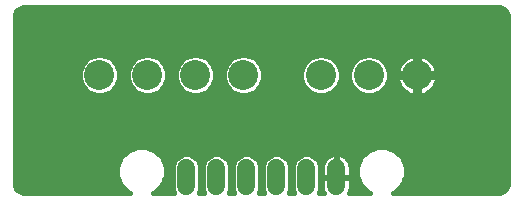
<source format=gtl>
G75*
%MOIN*%
%OFA0B0*%
%FSLAX24Y24*%
%IPPOS*%
%LPD*%
%AMOC8*
5,1,8,0,0,1.08239X$1,22.5*
%
%ADD10C,0.1000*%
%ADD11C,0.0600*%
%ADD12C,0.0160*%
D10*
X003180Y004310D03*
X004780Y004310D03*
X006380Y004310D03*
X007980Y004310D03*
X010564Y004310D03*
X012164Y004310D03*
X013764Y004310D03*
D11*
X011080Y001210D02*
X011080Y000610D01*
X010080Y000610D02*
X010080Y001210D01*
X009080Y001210D02*
X009080Y000610D01*
X008080Y000610D02*
X008080Y001210D01*
X007080Y001210D02*
X007080Y000610D01*
X006080Y000610D02*
X006080Y001210D01*
D12*
X000618Y000396D02*
X000502Y000444D01*
X000414Y000532D01*
X000366Y000648D01*
X000360Y000710D01*
X000360Y006260D01*
X000366Y006322D01*
X000414Y006438D01*
X000502Y006526D01*
X000618Y006574D01*
X000680Y006580D01*
X016480Y006580D01*
X016542Y006574D01*
X016658Y006526D01*
X016746Y006438D01*
X016794Y006322D01*
X016800Y006260D01*
X016800Y000710D01*
X016794Y000648D01*
X016746Y000532D01*
X016658Y000444D01*
X016542Y000396D01*
X016480Y000390D01*
X012958Y000390D01*
X013039Y000423D01*
X013267Y000651D01*
X013390Y000949D01*
X013390Y001271D01*
X013267Y001569D01*
X013039Y001797D01*
X012741Y001920D01*
X012419Y001920D01*
X012121Y001797D01*
X011893Y001569D01*
X011770Y001271D01*
X011770Y000949D01*
X011893Y000651D01*
X012121Y000423D01*
X012202Y000390D01*
X011507Y000390D01*
X011525Y000426D01*
X011548Y000498D01*
X011560Y000572D01*
X011560Y000890D01*
X011100Y000890D01*
X011100Y000930D01*
X011560Y000930D01*
X011560Y001248D01*
X011548Y001322D01*
X011525Y001394D01*
X011491Y001462D01*
X011446Y001523D01*
X011393Y001576D01*
X011332Y001621D01*
X011264Y001655D01*
X011192Y001678D01*
X011118Y001690D01*
X011100Y001690D01*
X011100Y000930D01*
X011060Y000930D01*
X011060Y001690D01*
X011042Y001690D01*
X010968Y001678D01*
X010896Y001655D01*
X010828Y001621D01*
X010767Y001576D01*
X010714Y001523D01*
X010669Y001462D01*
X010635Y001394D01*
X010612Y001322D01*
X010600Y001248D01*
X010600Y000930D01*
X011060Y000930D01*
X011060Y000890D01*
X010600Y000890D01*
X010600Y000572D01*
X010612Y000498D01*
X010635Y000426D01*
X010653Y000390D01*
X010487Y000390D01*
X010540Y000518D01*
X010540Y001301D01*
X010470Y001471D01*
X010341Y001600D01*
X010171Y001670D01*
X009988Y001670D01*
X009819Y001600D01*
X009690Y001471D01*
X009620Y001301D01*
X009620Y000518D01*
X009673Y000390D01*
X009487Y000390D01*
X009540Y000518D01*
X009540Y001301D01*
X009470Y001471D01*
X009341Y001600D01*
X009171Y001670D01*
X008988Y001670D01*
X008819Y001600D01*
X008690Y001471D01*
X008620Y001301D01*
X008620Y000518D01*
X008673Y000390D01*
X008487Y000390D01*
X008540Y000518D01*
X008540Y001301D01*
X008470Y001471D01*
X008341Y001600D01*
X008171Y001670D01*
X007988Y001670D01*
X007819Y001600D01*
X007690Y001471D01*
X007620Y001301D01*
X007620Y000518D01*
X007673Y000390D01*
X007487Y000390D01*
X007540Y000518D01*
X007540Y001301D01*
X007470Y001471D01*
X007341Y001600D01*
X007171Y001670D01*
X006988Y001670D01*
X006819Y001600D01*
X006690Y001471D01*
X006620Y001301D01*
X006620Y000518D01*
X006673Y000390D01*
X006487Y000390D01*
X006540Y000518D01*
X006540Y001301D01*
X006470Y001471D01*
X006341Y001600D01*
X006171Y001670D01*
X005988Y001670D01*
X005819Y001600D01*
X005690Y001471D01*
X005620Y001301D01*
X005620Y000518D01*
X005673Y000390D01*
X004958Y000390D01*
X005039Y000423D01*
X005267Y000651D01*
X005390Y000949D01*
X005390Y001271D01*
X005267Y001569D01*
X005039Y001797D01*
X004741Y001920D01*
X004419Y001920D01*
X004121Y001797D01*
X003893Y001569D01*
X003770Y001271D01*
X003770Y000949D01*
X003893Y000651D01*
X004121Y000423D01*
X004202Y000390D01*
X000680Y000390D01*
X000618Y000396D01*
X000419Y000527D02*
X004018Y000527D01*
X003879Y000686D02*
X000362Y000686D01*
X000360Y000844D02*
X003814Y000844D01*
X003770Y001003D02*
X000360Y001003D01*
X000360Y001161D02*
X003770Y001161D01*
X003790Y001320D02*
X000360Y001320D01*
X000360Y001478D02*
X003856Y001478D01*
X003961Y001637D02*
X000360Y001637D01*
X000360Y001795D02*
X004120Y001795D01*
X005040Y001795D02*
X012120Y001795D01*
X011961Y001637D02*
X011300Y001637D01*
X011100Y001637D02*
X011060Y001637D01*
X010860Y001637D02*
X010252Y001637D01*
X010463Y001478D02*
X010681Y001478D01*
X010611Y001320D02*
X010533Y001320D01*
X010540Y001161D02*
X010600Y001161D01*
X010600Y001003D02*
X010540Y001003D01*
X010540Y000844D02*
X010600Y000844D01*
X011060Y001003D02*
X011100Y001003D01*
X011100Y001161D02*
X011060Y001161D01*
X011060Y001320D02*
X011100Y001320D01*
X011100Y001478D02*
X011060Y001478D01*
X011479Y001478D02*
X011856Y001478D01*
X011790Y001320D02*
X011549Y001320D01*
X011560Y001161D02*
X011770Y001161D01*
X011770Y001003D02*
X011560Y001003D01*
X011560Y000844D02*
X011814Y000844D01*
X011879Y000686D02*
X011560Y000686D01*
X011553Y000527D02*
X012018Y000527D01*
X013142Y000527D02*
X016741Y000527D01*
X016798Y000686D02*
X013281Y000686D01*
X013346Y000844D02*
X016800Y000844D01*
X016800Y001003D02*
X013390Y001003D01*
X013390Y001161D02*
X016800Y001161D01*
X016800Y001320D02*
X013370Y001320D01*
X013304Y001478D02*
X016800Y001478D01*
X016800Y001637D02*
X013199Y001637D01*
X013040Y001795D02*
X016800Y001795D01*
X016800Y001954D02*
X000360Y001954D01*
X000360Y002112D02*
X016800Y002112D01*
X016800Y002271D02*
X000360Y002271D01*
X000360Y002429D02*
X016800Y002429D01*
X016800Y002588D02*
X000360Y002588D01*
X000360Y002746D02*
X016800Y002746D01*
X016800Y002905D02*
X000360Y002905D01*
X000360Y003063D02*
X016800Y003063D01*
X016800Y003222D02*
X000360Y003222D01*
X000360Y003380D02*
X016800Y003380D01*
X016800Y003539D02*
X000360Y003539D01*
X000360Y003697D02*
X002935Y003697D01*
X003049Y003650D02*
X002806Y003750D01*
X002620Y003936D01*
X002520Y004179D01*
X002520Y004441D01*
X002620Y004684D01*
X002806Y004870D01*
X003049Y004970D01*
X003311Y004970D01*
X003554Y004870D01*
X003740Y004684D01*
X003840Y004441D01*
X003840Y004179D01*
X003740Y003936D01*
X003554Y003750D01*
X003311Y003650D01*
X003049Y003650D01*
X003425Y003697D02*
X004535Y003697D01*
X004649Y003650D02*
X004406Y003750D01*
X004220Y003936D01*
X004120Y004179D01*
X004120Y004441D01*
X004220Y004684D01*
X004406Y004870D01*
X004649Y004970D01*
X004911Y004970D01*
X005154Y004870D01*
X005340Y004684D01*
X005440Y004441D01*
X005440Y004179D01*
X005340Y003936D01*
X005154Y003750D01*
X004911Y003650D01*
X004649Y003650D01*
X005025Y003697D02*
X006135Y003697D01*
X006249Y003650D02*
X006006Y003750D01*
X005820Y003936D01*
X005720Y004179D01*
X005720Y004441D01*
X005820Y004684D01*
X006006Y004870D01*
X006249Y004970D01*
X006511Y004970D01*
X006754Y004870D01*
X006940Y004684D01*
X007040Y004441D01*
X007040Y004179D01*
X006940Y003936D01*
X006754Y003750D01*
X006511Y003650D01*
X006249Y003650D01*
X006625Y003697D02*
X007735Y003697D01*
X007849Y003650D02*
X007606Y003750D01*
X007420Y003936D01*
X007320Y004179D01*
X007320Y004441D01*
X007420Y004684D01*
X007606Y004870D01*
X007849Y004970D01*
X008111Y004970D01*
X008354Y004870D01*
X008540Y004684D01*
X008640Y004441D01*
X008640Y004179D01*
X008540Y003936D01*
X008354Y003750D01*
X008111Y003650D01*
X007849Y003650D01*
X008225Y003697D02*
X010319Y003697D01*
X010433Y003650D02*
X010190Y003750D01*
X010005Y003936D01*
X009904Y004179D01*
X009904Y004441D01*
X010005Y004684D01*
X010190Y004870D01*
X010433Y004970D01*
X010696Y004970D01*
X010938Y004870D01*
X011124Y004684D01*
X011224Y004441D01*
X011224Y004179D01*
X011124Y003936D01*
X010938Y003750D01*
X010696Y003650D01*
X010433Y003650D01*
X010809Y003697D02*
X011919Y003697D01*
X012033Y003650D02*
X011790Y003750D01*
X011605Y003936D01*
X011504Y004179D01*
X011504Y004441D01*
X011605Y004684D01*
X011790Y004870D01*
X012033Y004970D01*
X012296Y004970D01*
X012538Y004870D01*
X012724Y004684D01*
X012824Y004441D01*
X012824Y004179D01*
X012724Y003936D01*
X012538Y003750D01*
X012296Y003650D01*
X012033Y003650D01*
X012409Y003697D02*
X013467Y003697D01*
X013463Y003699D02*
X013545Y003665D01*
X013631Y003642D01*
X013702Y003632D01*
X013702Y004247D01*
X013827Y004247D01*
X013827Y003632D01*
X013897Y003642D01*
X013983Y003665D01*
X014066Y003699D01*
X014143Y003743D01*
X014214Y003798D01*
X014277Y003861D01*
X014331Y003931D01*
X014375Y004009D01*
X014410Y004091D01*
X014433Y004177D01*
X014442Y004247D01*
X013827Y004247D01*
X013827Y004373D01*
X013702Y004373D01*
X013702Y004988D01*
X013631Y004978D01*
X013545Y004955D01*
X013463Y004921D01*
X013386Y004877D01*
X013315Y004822D01*
X013252Y004759D01*
X013198Y004689D01*
X013153Y004611D01*
X013119Y004529D01*
X013096Y004443D01*
X013087Y004373D01*
X013702Y004373D01*
X013702Y004247D01*
X013087Y004247D01*
X013096Y004177D01*
X013119Y004091D01*
X013153Y004009D01*
X013198Y003931D01*
X013252Y003861D01*
X013315Y003798D01*
X013386Y003743D01*
X013463Y003699D01*
X013702Y003697D02*
X013827Y003697D01*
X014061Y003697D02*
X016800Y003697D01*
X016800Y003856D02*
X014271Y003856D01*
X014378Y004014D02*
X016800Y004014D01*
X016800Y004173D02*
X014431Y004173D01*
X014442Y004373D02*
X014433Y004443D01*
X014410Y004529D01*
X014375Y004611D01*
X014331Y004689D01*
X014277Y004759D01*
X014214Y004822D01*
X014143Y004877D01*
X014066Y004921D01*
X013983Y004955D01*
X013897Y004978D01*
X013827Y004988D01*
X013827Y004373D01*
X014442Y004373D01*
X014420Y004490D02*
X016800Y004490D01*
X016800Y004648D02*
X014354Y004648D01*
X014229Y004807D02*
X016800Y004807D01*
X016800Y004965D02*
X013947Y004965D01*
X013827Y004965D02*
X013702Y004965D01*
X013581Y004965D02*
X012308Y004965D01*
X012021Y004965D02*
X010708Y004965D01*
X010421Y004965D02*
X008123Y004965D01*
X007837Y004965D02*
X006523Y004965D01*
X006237Y004965D02*
X004923Y004965D01*
X004637Y004965D02*
X003323Y004965D01*
X003037Y004965D02*
X000360Y004965D01*
X000360Y005124D02*
X016800Y005124D01*
X016800Y005282D02*
X000360Y005282D01*
X000360Y005441D02*
X016800Y005441D01*
X016800Y005599D02*
X000360Y005599D01*
X000360Y005758D02*
X016800Y005758D01*
X016800Y005916D02*
X000360Y005916D01*
X000360Y006075D02*
X016800Y006075D01*
X016800Y006233D02*
X000360Y006233D01*
X000395Y006392D02*
X016765Y006392D01*
X016600Y006550D02*
X000560Y006550D01*
X000360Y004807D02*
X002743Y004807D01*
X002606Y004648D02*
X000360Y004648D01*
X000360Y004490D02*
X002540Y004490D01*
X002520Y004331D02*
X000360Y004331D01*
X000360Y004173D02*
X002523Y004173D01*
X002588Y004014D02*
X000360Y004014D01*
X000360Y003856D02*
X002701Y003856D01*
X003659Y003856D02*
X004301Y003856D01*
X004188Y004014D02*
X003772Y004014D01*
X003837Y004173D02*
X004123Y004173D01*
X004120Y004331D02*
X003840Y004331D01*
X003820Y004490D02*
X004140Y004490D01*
X004206Y004648D02*
X003754Y004648D01*
X003617Y004807D02*
X004343Y004807D01*
X005217Y004807D02*
X005943Y004807D01*
X005806Y004648D02*
X005354Y004648D01*
X005420Y004490D02*
X005740Y004490D01*
X005720Y004331D02*
X005440Y004331D01*
X005437Y004173D02*
X005723Y004173D01*
X005788Y004014D02*
X005372Y004014D01*
X005259Y003856D02*
X005901Y003856D01*
X006859Y003856D02*
X007501Y003856D01*
X007388Y004014D02*
X006972Y004014D01*
X007037Y004173D02*
X007323Y004173D01*
X007320Y004331D02*
X007040Y004331D01*
X007020Y004490D02*
X007340Y004490D01*
X007406Y004648D02*
X006954Y004648D01*
X006817Y004807D02*
X007543Y004807D01*
X008417Y004807D02*
X010127Y004807D01*
X009990Y004648D02*
X008554Y004648D01*
X008620Y004490D02*
X009924Y004490D01*
X009904Y004331D02*
X008640Y004331D01*
X008637Y004173D02*
X009907Y004173D01*
X009972Y004014D02*
X008572Y004014D01*
X008459Y003856D02*
X010085Y003856D01*
X011043Y003856D02*
X011685Y003856D01*
X011572Y004014D02*
X011156Y004014D01*
X011222Y004173D02*
X011507Y004173D01*
X011504Y004331D02*
X011224Y004331D01*
X011204Y004490D02*
X011524Y004490D01*
X011590Y004648D02*
X011139Y004648D01*
X011001Y004807D02*
X011727Y004807D01*
X012601Y004807D02*
X013299Y004807D01*
X013174Y004648D02*
X012739Y004648D01*
X012804Y004490D02*
X013108Y004490D01*
X012824Y004331D02*
X013702Y004331D01*
X013827Y004331D02*
X016800Y004331D01*
X013827Y004173D02*
X013702Y004173D01*
X013702Y004014D02*
X013827Y004014D01*
X013827Y003856D02*
X013702Y003856D01*
X013257Y003856D02*
X012643Y003856D01*
X012756Y004014D02*
X013151Y004014D01*
X013097Y004173D02*
X012822Y004173D01*
X013702Y004490D02*
X013827Y004490D01*
X013827Y004648D02*
X013702Y004648D01*
X013702Y004807D02*
X013827Y004807D01*
X009908Y001637D02*
X009252Y001637D01*
X009463Y001478D02*
X009697Y001478D01*
X009627Y001320D02*
X009533Y001320D01*
X009540Y001161D02*
X009620Y001161D01*
X009620Y001003D02*
X009540Y001003D01*
X009540Y000844D02*
X009620Y000844D01*
X009620Y000686D02*
X009540Y000686D01*
X009540Y000527D02*
X009620Y000527D01*
X010540Y000527D02*
X010607Y000527D01*
X010600Y000686D02*
X010540Y000686D01*
X008620Y000686D02*
X008540Y000686D01*
X008540Y000527D02*
X008620Y000527D01*
X008620Y000844D02*
X008540Y000844D01*
X008540Y001003D02*
X008620Y001003D01*
X008620Y001161D02*
X008540Y001161D01*
X008533Y001320D02*
X008627Y001320D01*
X008697Y001478D02*
X008463Y001478D01*
X008252Y001637D02*
X008908Y001637D01*
X007908Y001637D02*
X007252Y001637D01*
X007463Y001478D02*
X007697Y001478D01*
X007627Y001320D02*
X007533Y001320D01*
X007540Y001161D02*
X007620Y001161D01*
X007620Y001003D02*
X007540Y001003D01*
X007540Y000844D02*
X007620Y000844D01*
X007620Y000686D02*
X007540Y000686D01*
X007540Y000527D02*
X007620Y000527D01*
X006620Y000527D02*
X006540Y000527D01*
X006540Y000686D02*
X006620Y000686D01*
X006620Y000844D02*
X006540Y000844D01*
X006540Y001003D02*
X006620Y001003D01*
X006620Y001161D02*
X006540Y001161D01*
X006533Y001320D02*
X006627Y001320D01*
X006697Y001478D02*
X006463Y001478D01*
X006252Y001637D02*
X006908Y001637D01*
X005908Y001637D02*
X005199Y001637D01*
X005304Y001478D02*
X005697Y001478D01*
X005627Y001320D02*
X005370Y001320D01*
X005390Y001161D02*
X005620Y001161D01*
X005620Y001003D02*
X005390Y001003D01*
X005346Y000844D02*
X005620Y000844D01*
X005620Y000686D02*
X005281Y000686D01*
X005142Y000527D02*
X005620Y000527D01*
M02*

</source>
